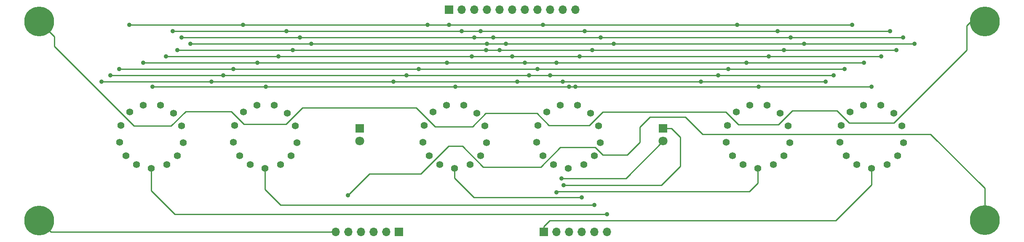
<source format=gbl>
G04 #@! TF.FileFunction,Copper,L2,Bot,Signal*
%FSLAX46Y46*%
G04 Gerber Fmt 4.6, Leading zero omitted, Abs format (unit mm)*
G04 Created by KiCad (PCBNEW 4.0.5) date Tuesday, October 10, 2017 'PMt' 05:41:59 PM*
%MOMM*%
%LPD*%
G01*
G04 APERTURE LIST*
%ADD10C,0.100000*%
%ADD11C,6.000000*%
%ADD12R,1.700000X1.700000*%
%ADD13O,1.700000X1.700000*%
%ADD14R,1.800000X1.800000*%
%ADD15C,1.800000*%
%ADD16C,1.408000*%
%ADD17C,0.889000*%
%ADD18C,0.254000*%
G04 APERTURE END LIST*
D10*
D11*
X257886200Y-67208400D03*
X67868800Y-67259200D03*
X67868800Y-107264200D03*
D12*
X150190200Y-64897000D03*
D13*
X152730200Y-64897000D03*
X155270200Y-64897000D03*
X157810200Y-64897000D03*
X160350200Y-64897000D03*
X162890200Y-64897000D03*
X165430200Y-64897000D03*
X167970200Y-64897000D03*
X170510200Y-64897000D03*
X173050200Y-64897000D03*
X175590200Y-64897000D03*
D12*
X169291000Y-109601000D03*
D13*
X171831000Y-109601000D03*
X174371000Y-109601000D03*
X176911000Y-109601000D03*
X179451000Y-109601000D03*
X181991000Y-109601000D03*
D12*
X140144500Y-109601000D03*
D13*
X137604500Y-109601000D03*
X135064500Y-109601000D03*
X132524500Y-109601000D03*
X129984500Y-109601000D03*
X127444500Y-109601000D03*
D14*
X132283200Y-88773000D03*
D15*
X132283200Y-91313000D03*
D14*
X193243200Y-88773000D03*
D15*
X193243200Y-91313000D03*
D16*
X230805200Y-85451000D03*
X233532200Y-84054000D03*
X228803200Y-91567000D03*
X229033200Y-88143000D03*
X239622200Y-85703000D03*
X241242200Y-88234000D03*
X235153200Y-96774000D03*
X240385200Y-94270000D03*
X241546200Y-91604000D03*
X230073200Y-94234000D03*
X238257200Y-96049000D03*
X236975200Y-84084000D03*
X232175200Y-96022000D03*
X207945200Y-85451000D03*
X210672200Y-84054000D03*
X205943200Y-91567000D03*
X206173200Y-88143000D03*
X216762200Y-85703000D03*
X218382200Y-88234000D03*
X212293200Y-96774000D03*
X217525200Y-94270000D03*
X218686200Y-91604000D03*
X207213200Y-94234000D03*
X215397200Y-96049000D03*
X214115200Y-84084000D03*
X209315200Y-96022000D03*
X169845200Y-85451000D03*
X172572200Y-84054000D03*
X167843200Y-91567000D03*
X168073200Y-88143000D03*
X178662200Y-85703000D03*
X180282200Y-88234000D03*
X174193200Y-96774000D03*
X179425200Y-94270000D03*
X180586200Y-91604000D03*
X169113200Y-94234000D03*
X177297200Y-96049000D03*
X176015200Y-84084000D03*
X171215200Y-96022000D03*
X146985200Y-85451000D03*
X149712200Y-84054000D03*
X144983200Y-91567000D03*
X145213200Y-88143000D03*
X155802200Y-85703000D03*
X157422200Y-88234000D03*
X151333200Y-96774000D03*
X156565200Y-94270000D03*
X157726200Y-91604000D03*
X146253200Y-94234000D03*
X154437200Y-96049000D03*
X153155200Y-84084000D03*
X148355200Y-96022000D03*
X108885200Y-85451000D03*
X111612200Y-84054000D03*
X106883200Y-91567000D03*
X107113200Y-88143000D03*
X117702200Y-85703000D03*
X119322200Y-88234000D03*
X113233200Y-96774000D03*
X118465200Y-94270000D03*
X119626200Y-91604000D03*
X108153200Y-94234000D03*
X116337200Y-96049000D03*
X115055200Y-84084000D03*
X110255200Y-96022000D03*
X86025200Y-85451000D03*
X88752200Y-84054000D03*
X84023200Y-91567000D03*
X84253200Y-88143000D03*
X94842200Y-85703000D03*
X96462200Y-88234000D03*
X90373200Y-96774000D03*
X95605200Y-94270000D03*
X96766200Y-91604000D03*
X85293200Y-94234000D03*
X93477200Y-96049000D03*
X92195200Y-84084000D03*
X87395200Y-96022000D03*
D11*
X257886200Y-107213400D03*
D17*
X150190200Y-67945000D03*
X208102200Y-67945000D03*
X169113200Y-67945000D03*
X145872200Y-67945000D03*
X108788200Y-67945000D03*
X231216200Y-67945000D03*
X85928200Y-67945000D03*
X152730200Y-69215000D03*
X238836200Y-69215000D03*
X216230200Y-69215000D03*
X177495200Y-69215000D03*
X156540200Y-69215000D03*
X117551200Y-69215000D03*
X94691200Y-69215000D03*
X155270200Y-70485000D03*
X241503200Y-70485000D03*
X218897200Y-70485000D03*
X180670200Y-70485000D03*
X159080200Y-70485000D03*
X120218200Y-70485000D03*
X96469200Y-70485000D03*
X157810200Y-71755000D03*
X243789200Y-71755000D03*
X221564200Y-71755000D03*
X183337200Y-71755000D03*
X161620200Y-71755000D03*
X122504200Y-71755000D03*
X98247200Y-71755000D03*
X160350200Y-73025000D03*
X240106200Y-73025000D03*
X217500200Y-73025000D03*
X179019200Y-73025000D03*
X157683200Y-73025000D03*
X118821200Y-73025000D03*
X95580200Y-73025000D03*
X162890200Y-74295000D03*
X237058200Y-74295000D03*
X214452200Y-74295000D03*
X176479200Y-74295000D03*
X154762200Y-74295000D03*
X115900200Y-74295000D03*
X93294200Y-74295000D03*
X165430200Y-75565000D03*
X233629200Y-75565000D03*
X210007200Y-75565000D03*
X171780200Y-75565000D03*
X149809200Y-75565000D03*
X111709200Y-75565000D03*
X88722200Y-75565000D03*
X229692200Y-76835000D03*
X206324200Y-76835000D03*
X144094200Y-76835000D03*
X106883200Y-76835000D03*
X83896200Y-76835000D03*
X167970200Y-76835000D03*
X170510200Y-78105000D03*
X227533200Y-78105000D03*
X204292200Y-78105000D03*
X166319200Y-78105000D03*
X141681200Y-78105000D03*
X104851200Y-78105000D03*
X82118200Y-78105000D03*
X173050200Y-79375000D03*
X200863200Y-79375000D03*
X163906200Y-79375000D03*
X139014200Y-79375000D03*
X102438200Y-79375000D03*
X225882200Y-79375000D03*
X80340200Y-79375000D03*
X113360200Y-80391000D03*
X151460200Y-80391000D03*
X174320200Y-80391000D03*
X212420200Y-80391000D03*
X235153200Y-80391000D03*
X90627200Y-80391000D03*
X175590200Y-80391000D03*
X171831000Y-101600000D03*
X176911000Y-102616000D03*
X179451000Y-104140000D03*
X181991000Y-106045000D03*
X173228000Y-100203000D03*
X172847000Y-98806000D03*
X129921000Y-102235000D03*
D18*
X208102200Y-67945000D02*
X231216200Y-67945000D01*
X169113200Y-67945000D02*
X208102200Y-67945000D01*
X150190200Y-67945000D02*
X169113200Y-67945000D01*
X145872200Y-67945000D02*
X150190200Y-67945000D01*
X108788200Y-67945000D02*
X145872200Y-67945000D01*
X85928200Y-67945000D02*
X108788200Y-67945000D01*
X207594200Y-67945000D02*
X208102200Y-67945000D01*
X169113200Y-67945000D02*
X169494200Y-67945000D01*
X111328200Y-67945000D02*
X145872200Y-67945000D01*
X145872200Y-67945000D02*
X146380200Y-67945000D01*
X169494200Y-67945000D02*
X207594200Y-67945000D01*
X207975200Y-67945000D02*
X207594200Y-67945000D01*
X169373583Y-67945000D02*
X169494200Y-67945000D01*
X146380200Y-67945000D02*
X150190200Y-67945000D01*
X146209936Y-67945000D02*
X146380200Y-67945000D01*
X85928200Y-67945000D02*
X109423200Y-67945000D01*
X109423200Y-67945000D02*
X111328200Y-67945000D01*
X109252936Y-67945000D02*
X109423200Y-67945000D01*
X177495200Y-69215000D02*
X216230200Y-69215000D01*
X216230200Y-69215000D02*
X238836200Y-69215000D01*
X156540200Y-69215000D02*
X177495200Y-69215000D01*
X156540200Y-69215000D02*
X152730200Y-69215000D01*
X94691200Y-69215000D02*
X117551200Y-69215000D01*
X117551200Y-69215000D02*
X152101583Y-69215000D01*
X152101583Y-69215000D02*
X152730200Y-69215000D01*
X241503200Y-70485000D02*
X240614200Y-70485000D01*
X180670200Y-70485000D02*
X218897200Y-70485000D01*
X218897200Y-70485000D02*
X240614200Y-70485000D01*
X159080200Y-70485000D02*
X180670200Y-70485000D01*
X159080200Y-70485000D02*
X155270200Y-70485000D01*
X96469200Y-70485000D02*
X120218200Y-70485000D01*
X120218200Y-70485000D02*
X155270200Y-70485000D01*
X243789200Y-71755000D02*
X243154200Y-71755000D01*
X183337200Y-71755000D02*
X221564200Y-71755000D01*
X221564200Y-71755000D02*
X243154200Y-71755000D01*
X161620200Y-71755000D02*
X183337200Y-71755000D01*
X157810200Y-71755000D02*
X161620200Y-71755000D01*
X98247200Y-71755000D02*
X122504200Y-71755000D01*
X122504200Y-71755000D02*
X157810200Y-71755000D01*
X217500200Y-73025000D02*
X240106200Y-73025000D01*
X179019200Y-73025000D02*
X217500200Y-73025000D01*
X160350200Y-73025000D02*
X179019200Y-73025000D01*
X118821200Y-73025000D02*
X157683200Y-73025000D01*
X157683200Y-73025000D02*
X160350200Y-73025000D01*
X95580200Y-73025000D02*
X118821200Y-73025000D01*
X176479200Y-74295000D02*
X214452200Y-74295000D01*
X214452200Y-74295000D02*
X237058200Y-74295000D01*
X162890200Y-74295000D02*
X176479200Y-74295000D01*
X115900200Y-74295000D02*
X154762200Y-74295000D01*
X154762200Y-74295000D02*
X162890200Y-74295000D01*
X93294200Y-74295000D02*
X115900200Y-74295000D01*
X88722200Y-75565000D02*
X111709200Y-75565000D01*
X210007200Y-75565000D02*
X233629200Y-75565000D01*
X165430200Y-75565000D02*
X171780200Y-75565000D01*
X171780200Y-75565000D02*
X233629200Y-75565000D01*
X165430200Y-75565000D02*
X149809200Y-75565000D01*
X149809200Y-75565000D02*
X89103200Y-75565000D01*
X89103200Y-75565000D02*
X88722200Y-75565000D01*
X167970200Y-76835000D02*
X206324200Y-76835000D01*
X206324200Y-76835000D02*
X229692200Y-76835000D01*
X106883200Y-76835000D02*
X144094200Y-76835000D01*
X144094200Y-76835000D02*
X167970200Y-76835000D01*
X83896200Y-76835000D02*
X106883200Y-76835000D01*
X204292200Y-78105000D02*
X227533200Y-78105000D01*
X170510200Y-78105000D02*
X204292200Y-78105000D01*
X166319200Y-78105000D02*
X170510200Y-78105000D01*
X141681200Y-78105000D02*
X166319200Y-78105000D01*
X104851200Y-78105000D02*
X141681200Y-78105000D01*
X82118200Y-78105000D02*
X104851200Y-78105000D01*
X82118200Y-78105000D02*
X166319200Y-78105000D01*
X170510200Y-78105000D02*
X227533200Y-78105000D01*
X173050200Y-79375000D02*
X200863200Y-79375000D01*
X200863200Y-79375000D02*
X225882200Y-79375000D01*
X139014200Y-79375000D02*
X163906200Y-79375000D01*
X163906200Y-79375000D02*
X173050200Y-79375000D01*
X102438200Y-79375000D02*
X139014200Y-79375000D01*
X80340200Y-79375000D02*
X102438200Y-79375000D01*
X90627200Y-80391000D02*
X113360200Y-80391000D01*
X151460200Y-80391000D02*
X113360200Y-80391000D01*
X174320200Y-80391000D02*
X151460200Y-80391000D01*
X175590200Y-80391000D02*
X174320200Y-80391000D01*
X212420200Y-80391000D02*
X175590200Y-80391000D01*
X235153200Y-80391000D02*
X212420200Y-80391000D01*
X235153200Y-96774000D02*
X235153200Y-100126800D01*
X235153200Y-100126800D02*
X227965000Y-107315000D01*
X170473000Y-107315000D02*
X227965000Y-107315000D01*
X169291000Y-109601000D02*
X169291000Y-108497000D01*
X169291000Y-108497000D02*
X170473000Y-107315000D01*
X210566000Y-101473000D02*
X171958000Y-101473000D01*
X171958000Y-101473000D02*
X171831000Y-101600000D01*
X212293200Y-99745800D02*
X210566000Y-101473000D01*
X212293200Y-96774000D02*
X212293200Y-99745800D01*
X151333200Y-96774000D02*
X151333200Y-98755200D01*
X151333200Y-98755200D02*
X155194000Y-102616000D01*
X176911000Y-102616000D02*
X155194000Y-102616000D01*
X116332000Y-104140000D02*
X179451000Y-104140000D01*
X113233200Y-101041200D02*
X116332000Y-104140000D01*
X113233200Y-96774000D02*
X113233200Y-101041200D01*
X95123000Y-106045000D02*
X181991000Y-106045000D01*
X90373200Y-101295200D02*
X95123000Y-106045000D01*
X90373200Y-96774000D02*
X90373200Y-101295200D01*
X196723000Y-90551000D02*
X194945000Y-88773000D01*
X194945000Y-88773000D02*
X193243200Y-88773000D01*
X196723000Y-96393000D02*
X196723000Y-90551000D01*
X192913000Y-100203000D02*
X196723000Y-96393000D01*
X173228000Y-100203000D02*
X192913000Y-100203000D01*
X193243200Y-91313000D02*
X185750200Y-98806000D01*
X185750200Y-98806000D02*
X172847000Y-98806000D01*
X132524500Y-91554300D02*
X132283200Y-91313000D01*
X132537200Y-91567000D02*
X132283200Y-91313000D01*
X127444500Y-109601000D02*
X70205600Y-109601000D01*
X70205600Y-109601000D02*
X67868800Y-107264200D01*
X108966000Y-87884000D02*
X117475000Y-87884000D01*
X94361000Y-88265000D02*
X97282000Y-85344000D01*
X67868800Y-67259200D02*
X70868799Y-70259199D01*
X259767201Y-66356319D02*
X259767201Y-68162081D01*
X70868799Y-70259199D02*
X70868799Y-72265799D01*
X70868799Y-72265799D02*
X86868000Y-88265000D01*
X86868000Y-88265000D02*
X94361000Y-88265000D01*
X219202000Y-85217000D02*
X228219000Y-85217000D01*
X97282000Y-85344000D02*
X106426000Y-85344000D01*
X181102000Y-85471000D02*
X205867000Y-85471000D01*
X106426000Y-85344000D02*
X108966000Y-87884000D01*
X208407000Y-88011000D02*
X216408000Y-88011000D01*
X117475000Y-87884000D02*
X120777000Y-84582000D01*
X120777000Y-84582000D02*
X143637000Y-84582000D01*
X157607000Y-85725000D02*
X167894000Y-85725000D01*
X143637000Y-84582000D02*
X147447000Y-88392000D01*
X230632000Y-87630000D02*
X239649000Y-87630000D01*
X147447000Y-88392000D02*
X154940000Y-88392000D01*
X256983319Y-65378199D02*
X258789081Y-65378199D01*
X167894000Y-85725000D02*
X170307000Y-88138000D01*
X170307000Y-88138000D02*
X178435000Y-88138000D01*
X154940000Y-88392000D02*
X157607000Y-85725000D01*
X254254000Y-73025000D02*
X254254000Y-68107518D01*
X178435000Y-88138000D02*
X181102000Y-85471000D01*
X205867000Y-85471000D02*
X208407000Y-88011000D01*
X216408000Y-88011000D02*
X219202000Y-85217000D01*
X228219000Y-85217000D02*
X230632000Y-87630000D01*
X239649000Y-87630000D02*
X254254000Y-73025000D01*
X254254000Y-68107518D02*
X256983319Y-65378199D01*
X258789081Y-65378199D02*
X259767201Y-66356319D01*
X172593000Y-92583000D02*
X179578000Y-92583000D01*
X157099000Y-96520000D02*
X168656000Y-96520000D01*
X190627000Y-86487000D02*
X197739000Y-86487000D01*
X129921000Y-102235000D02*
X134239000Y-97917000D01*
X179578000Y-92583000D02*
X181102000Y-94107000D01*
X134239000Y-97917000D02*
X144526000Y-97917000D01*
X247015000Y-89916000D02*
X257886200Y-100787200D01*
X144526000Y-97917000D02*
X150114000Y-92329000D01*
X188595000Y-88519000D02*
X190627000Y-86487000D01*
X152908000Y-92329000D02*
X157099000Y-96520000D01*
X150114000Y-92329000D02*
X152908000Y-92329000D01*
X168656000Y-96520000D02*
X172593000Y-92583000D01*
X181102000Y-94107000D02*
X186055000Y-94107000D01*
X186055000Y-94107000D02*
X188595000Y-91567000D01*
X257886200Y-105383199D02*
X256983319Y-105383199D01*
X197739000Y-86487000D02*
X201168000Y-89916000D01*
X188595000Y-91567000D02*
X188595000Y-88519000D01*
X201168000Y-89916000D02*
X247015000Y-89916000D01*
X257886200Y-100787200D02*
X257886200Y-105383199D01*
M02*

</source>
